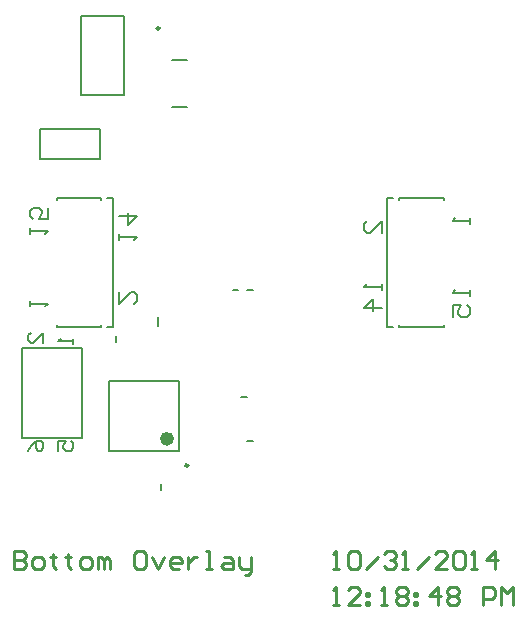
<source format=gbo>
%FSLAX25Y25*%
%MOIN*%
G70*
G01*
G75*
G04 Layer_Color=32896*
%ADD10C,0.07874*%
%ADD11R,0.01575X0.02756*%
%ADD12C,0.03937*%
%ADD13C,0.00591*%
%ADD14C,0.01000*%
%ADD15C,0.07087*%
%ADD16R,0.05906X0.05906*%
%ADD17C,0.05906*%
%ADD18R,0.05906X0.05906*%
%ADD19C,0.02441*%
%ADD20C,0.01969*%
%ADD21C,0.04000*%
%ADD22C,0.06299*%
%ADD23O,0.09449X0.12598*%
%ADD24C,0.04762*%
%ADD25C,0.11024*%
%ADD26C,0.03563*%
%ADD27R,0.03543X0.02756*%
%ADD28R,0.04331X0.03937*%
%ADD29R,0.02756X0.03543*%
%ADD30R,0.05906X0.02362*%
%ADD31R,0.07087X0.03150*%
%ADD32R,0.05906X0.05118*%
%ADD33O,0.06496X0.02165*%
%ADD34O,0.02165X0.06496*%
%ADD35R,0.06102X0.13583*%
%ADD36R,0.06102X0.04331*%
%ADD37R,0.06102X0.04331*%
%ADD38C,0.01575*%
%ADD39C,0.03937*%
%ADD40C,0.00787*%
%ADD41C,0.08474*%
%ADD42R,0.02175X0.03356*%
%ADD43C,0.11811*%
%ADD44C,0.07687*%
%ADD45R,0.00600X0.00600*%
%ADD46C,0.03000*%
%ADD47R,0.06506X0.06506*%
%ADD48C,0.06506*%
%ADD49C,0.06000*%
%ADD50R,0.06506X0.06506*%
%ADD51R,0.04143X0.03356*%
%ADD52R,0.04931X0.04537*%
%ADD53R,0.03356X0.04143*%
%ADD54R,0.06506X0.02962*%
%ADD55R,0.07687X0.03750*%
%ADD56R,0.06506X0.05718*%
%ADD57O,0.07096X0.02765*%
%ADD58O,0.02765X0.07096*%
%ADD59R,0.06702X0.14183*%
%ADD60R,0.06702X0.04931*%
%ADD61R,0.06702X0.04931*%
%ADD62C,0.02362*%
%ADD63C,0.00984*%
%ADD64C,0.00800*%
D13*
X43799Y-7382D02*
Y-9350D01*
Y-8366D01*
X37896D01*
X38879Y-7382D01*
X43799Y-15253D02*
X37896D01*
X40847Y-12302D01*
Y-16237D01*
X43799Y9844D02*
Y13780D01*
X39863Y9844D01*
X38879D01*
X37896Y10828D01*
Y12796D01*
X38879Y13780D01*
X73327Y-9350D02*
Y-11318D01*
Y-10334D01*
X67423D01*
X68407Y-9350D01*
X67423Y-18206D02*
Y-14270D01*
X70375D01*
X69391Y-16238D01*
Y-17222D01*
X70375Y-18206D01*
X72343D01*
X73327Y-17222D01*
Y-15254D01*
X72343Y-14270D01*
X73327Y14764D02*
Y12796D01*
Y13780D01*
X67423D01*
X68407Y14764D01*
X-73327Y-14764D02*
Y-12796D01*
Y-13780D01*
X-67423D01*
X-68407Y-14764D01*
X-73327Y9350D02*
Y11318D01*
Y10334D01*
X-67423D01*
X-68407Y9350D01*
X-67423Y18206D02*
Y14270D01*
X-70375D01*
X-69391Y16238D01*
Y17222D01*
X-70375Y18206D01*
X-72343D01*
X-73327Y17222D01*
Y15254D01*
X-72343Y14270D01*
X-43799Y-9844D02*
Y-13780D01*
X-39863Y-9844D01*
X-38879D01*
X-37896Y-10828D01*
Y-12796D01*
X-38879Y-13780D01*
X-43799Y7382D02*
Y9350D01*
Y8366D01*
X-37896D01*
X-38879Y7382D01*
X-43799Y15253D02*
X-37896D01*
X-40847Y12302D01*
Y16237D01*
D14*
X-78740Y-96364D02*
Y-102362D01*
X-75741D01*
X-74741Y-101363D01*
Y-100363D01*
X-75741Y-99363D01*
X-78740D01*
X-75741D01*
X-74741Y-98364D01*
Y-97364D01*
X-75741Y-96364D01*
X-78740D01*
X-71742Y-102362D02*
X-69743D01*
X-68743Y-101363D01*
Y-99363D01*
X-69743Y-98364D01*
X-71742D01*
X-72742Y-99363D01*
Y-101363D01*
X-71742Y-102362D01*
X-65744Y-97364D02*
Y-98364D01*
X-66744D01*
X-64745D01*
X-65744D01*
Y-101363D01*
X-64745Y-102362D01*
X-60746Y-97364D02*
Y-98364D01*
X-61746D01*
X-59746D01*
X-60746D01*
Y-101363D01*
X-59746Y-102362D01*
X-55748D02*
X-53748D01*
X-52749Y-101363D01*
Y-99363D01*
X-53748Y-98364D01*
X-55748D01*
X-56747Y-99363D01*
Y-101363D01*
X-55748Y-102362D01*
X-50749D02*
Y-98364D01*
X-49749D01*
X-48750Y-99363D01*
Y-102362D01*
Y-99363D01*
X-47750Y-98364D01*
X-46751Y-99363D01*
Y-102362D01*
X-35754Y-96364D02*
X-37753D01*
X-38753Y-97364D01*
Y-101363D01*
X-37753Y-102362D01*
X-35754D01*
X-34754Y-101363D01*
Y-97364D01*
X-35754Y-96364D01*
X-32755Y-98364D02*
X-30756Y-102362D01*
X-28756Y-98364D01*
X-23758Y-102362D02*
X-25757D01*
X-26757Y-101363D01*
Y-99363D01*
X-25757Y-98364D01*
X-23758D01*
X-22758Y-99363D01*
Y-100363D01*
X-26757D01*
X-20759Y-98364D02*
Y-102362D01*
Y-100363D01*
X-19759Y-99363D01*
X-18760Y-98364D01*
X-17760D01*
X-14761Y-102362D02*
X-12762D01*
X-13761D01*
Y-96364D01*
X-14761D01*
X-8763Y-98364D02*
X-6763D01*
X-5764Y-99363D01*
Y-102362D01*
X-8763D01*
X-9763Y-101363D01*
X-8763Y-100363D01*
X-5764D01*
X-3764Y-98364D02*
Y-101363D01*
X-2765Y-102362D01*
X234D01*
Y-103362D01*
X-765Y-104362D01*
X-1765D01*
X234Y-102362D02*
Y-98364D01*
X27559Y-102362D02*
X29558D01*
X28559D01*
Y-96364D01*
X27559Y-97364D01*
X32557D02*
X33557Y-96364D01*
X35557D01*
X36556Y-97364D01*
Y-101363D01*
X35557Y-102362D01*
X33557D01*
X32557Y-101363D01*
Y-97364D01*
X38555Y-102362D02*
X42554Y-98364D01*
X44554Y-97364D02*
X45553Y-96364D01*
X47553D01*
X48552Y-97364D01*
Y-98364D01*
X47553Y-99363D01*
X46553D01*
X47553D01*
X48552Y-100363D01*
Y-101363D01*
X47553Y-102362D01*
X45553D01*
X44554Y-101363D01*
X50552Y-102362D02*
X52551D01*
X51551D01*
Y-96364D01*
X50552Y-97364D01*
X55550Y-102362D02*
X59549Y-98364D01*
X65547Y-102362D02*
X61548D01*
X65547Y-98364D01*
Y-97364D01*
X64547Y-96364D01*
X62548D01*
X61548Y-97364D01*
X67546D02*
X68546Y-96364D01*
X70545D01*
X71545Y-97364D01*
Y-101363D01*
X70545Y-102362D01*
X68546D01*
X67546Y-101363D01*
Y-97364D01*
X73544Y-102362D02*
X75543D01*
X74544D01*
Y-96364D01*
X73544Y-97364D01*
X81542Y-102362D02*
Y-96364D01*
X78543Y-99363D01*
X82541D01*
X27559Y-114173D02*
X29558D01*
X28559D01*
Y-108175D01*
X27559Y-109175D01*
X36556Y-114173D02*
X32557D01*
X36556Y-110175D01*
Y-109175D01*
X35557Y-108175D01*
X33557D01*
X32557Y-109175D01*
X38555Y-110175D02*
X39555D01*
Y-111174D01*
X38555D01*
Y-110175D01*
Y-113174D02*
X39555D01*
Y-114173D01*
X38555D01*
Y-113174D01*
X43554Y-114173D02*
X45553D01*
X44554D01*
Y-108175D01*
X43554Y-109175D01*
X48552D02*
X49552Y-108175D01*
X51551D01*
X52551Y-109175D01*
Y-110175D01*
X51551Y-111174D01*
X52551Y-112174D01*
Y-113174D01*
X51551Y-114173D01*
X49552D01*
X48552Y-113174D01*
Y-112174D01*
X49552Y-111174D01*
X48552Y-110175D01*
Y-109175D01*
X49552Y-111174D02*
X51551D01*
X54550Y-110175D02*
X55550D01*
Y-111174D01*
X54550D01*
Y-110175D01*
Y-113174D02*
X55550D01*
Y-114173D01*
X54550D01*
Y-113174D01*
X62548Y-114173D02*
Y-108175D01*
X59549Y-111174D01*
X63547D01*
X65547Y-109175D02*
X66546Y-108175D01*
X68546D01*
X69546Y-109175D01*
Y-110175D01*
X68546Y-111174D01*
X69546Y-112174D01*
Y-113174D01*
X68546Y-114173D01*
X66546D01*
X65547Y-113174D01*
Y-112174D01*
X66546Y-111174D01*
X65547Y-110175D01*
Y-109175D01*
X66546Y-111174D02*
X68546D01*
X77543Y-114173D02*
Y-108175D01*
X80542D01*
X81542Y-109175D01*
Y-111174D01*
X80542Y-112174D01*
X77543D01*
X83541Y-114173D02*
Y-108175D01*
X85540Y-110175D01*
X87540Y-108175D01*
Y-114173D01*
D40*
X-29921Y-75787D02*
Y-73819D01*
X-44882Y-26575D02*
Y-24606D01*
X-30709Y-21260D02*
Y-18110D01*
X-984Y-59449D02*
X984D01*
X45669Y-21457D02*
X47638D01*
X45669D02*
Y21457D01*
X49606Y-21457D02*
X64567D01*
X45669Y21457D02*
X47638D01*
X49606D02*
X64567D01*
X49606Y-21457D02*
Y-20866D01*
X64567Y-21457D02*
Y-20866D01*
X49606Y20866D02*
Y21457D01*
X64567Y20866D02*
Y21457D01*
X-64567Y-21457D02*
Y-20866D01*
X-64567Y-21457D02*
X-49606D01*
X-64567Y20866D02*
Y21457D01*
X-49606D01*
X-49606Y-21457D02*
Y-20866D01*
X-47638Y-21457D02*
X-45669D01*
Y-21457D02*
Y21457D01*
X-49606Y20866D02*
Y21457D01*
X-47638Y21457D02*
X-45669D01*
X-69961Y34370D02*
X-49961D01*
X-69961D02*
Y44370D01*
X-49961D01*
Y34370D02*
Y44370D01*
X-26181Y51575D02*
X-21063D01*
X-26181Y67323D02*
X-21063D01*
X-76024Y-58465D02*
Y-28465D01*
Y-58465D02*
X-56024D01*
X-76024Y-28465D02*
X-56024D01*
Y-58465D02*
Y-39298D01*
Y-58465D02*
Y-28465D01*
X-47047Y-62795D02*
Y-39567D01*
Y-62795D02*
X-23819D01*
X-47047Y-39567D02*
X-23819D01*
Y-62795D02*
Y-39567D01*
X-56496Y55709D02*
Y82087D01*
Y55709D02*
X-41929D01*
X-56496Y82087D02*
X-41929D01*
Y55709D02*
Y82087D01*
X-984Y-9252D02*
X984D01*
X-5906D02*
X-3937D01*
X-2953Y-44882D02*
X-984D01*
D62*
X-26575Y-58858D02*
G03*
X-26575Y-58858I-1181J0D01*
G01*
D63*
X-20669Y-67716D02*
G03*
X-20669Y-67716I-492J0D01*
G01*
X-30217Y77953D02*
G03*
X-30217Y77953I-492J0D01*
G01*
D64*
X-74022Y-62797D02*
X-73189Y-61131D01*
X-71523Y-59465D01*
X-69857D01*
X-69024Y-60298D01*
Y-61964D01*
X-69857Y-62797D01*
X-70690D01*
X-71523Y-61964D01*
Y-59465D01*
X-69024Y-26797D02*
Y-23465D01*
X-72356Y-26797D01*
X-73189D01*
X-74022Y-25964D01*
Y-24298D01*
X-73189Y-23465D01*
X-64022Y-62797D02*
Y-59465D01*
X-61523D01*
X-62356Y-61131D01*
Y-61964D01*
X-61523Y-62797D01*
X-59857D01*
X-59024Y-61964D01*
Y-60298D01*
X-59857Y-59465D01*
X-59024Y-25465D02*
Y-27131D01*
Y-26298D01*
X-64022D01*
X-63189Y-25465D01*
M02*

</source>
